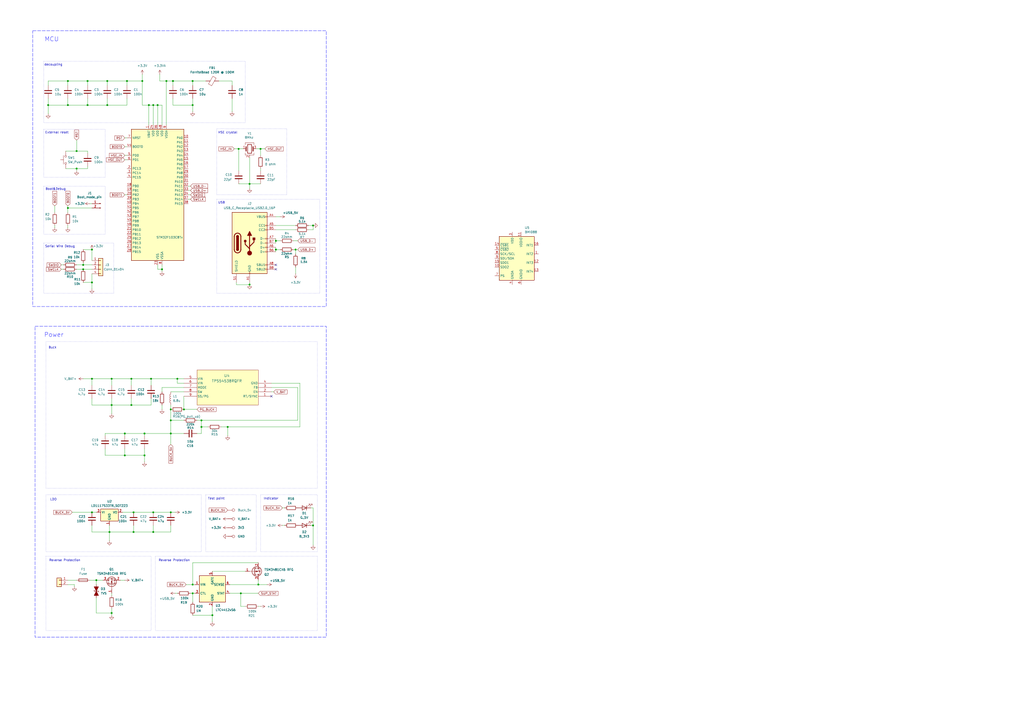
<source format=kicad_sch>
(kicad_sch (version 20250114) (generator "eeschema") (generator_version "9.0")
  (paper "A2")
  (rectangle (start 119.38 287.02) (end 148.59 320.04) (stroke (width 0) (type dot)))
  (rectangle (start 25.4 74.93) (end 60.96 102.87) (stroke (width 0) (type dot)))
  (rectangle (start 125.73 115.57) (end 185.42 170.18) (stroke (width 0) (type dot)))
  (rectangle (start 25.4 107.95) (end 60.96 135.89) (stroke (width 0) (type dot)))
  (rectangle (start 151.13 287.02) (end 184.15 320.04) (stroke (width 0) (type dot)))
  (rectangle (start 20.32 189.23) (end 189.23 369.57) (stroke (width 0.1778) (type dash) (color 0 0 255 1)))
  (rectangle (start 26.67 287.02) (end 116.84 320.04) (stroke (width 0) (type dot)))
  (rectangle (start 19.05 17.78) (end 189.23 177.8) (stroke (width 0.1778) (type dash) (color 0 0 255 1)))
  (rectangle (start 25.4 140.97) (end 66.04 170.18) (stroke (width 0) (type dot)))
  (rectangle (start 125.73 74.676) (end 166.37 113.03) (stroke (width 0) (type dot)))
  (rectangle (start 90.17 322.58) (end 184.15 365.76) (stroke (width 0) (type dot)))
  (rectangle (start 26.67 198.12) (end 184.15 283.21) (stroke (width 0) (type dot)))
  (rectangle (start 25.4 35.56) (end 142.24 71.12) (stroke (width 0) (type dot)))
  (rectangle (start 26.67 322.58) (end 87.63 365.76) (stroke (width 0) (type dot)))
  (text "Power" (at 31.242 194.31 0) (effects (font (size 2.54 2.54))))
  (text "Buck" (at 30.48 201.676 0) (effects (font (size 1.27 1.27))))
  (text "decoupling" (at 30.988 37.592 0) (effects (font (size 1.27 1.27))))
  (text "Indicator" (at 157.226 289.306 0) (effects (font (size 1.27 1.27))))
  (text "External reset\n" (at 33.02 76.962 0) (effects (font (size 1.27 1.27))))
  (text "LDO" (at 30.988 289.814 0) (effects (font (size 1.27 1.27))))
  (text "Serial Wire Debug\n" (at 34.798 143.002 0) (effects (font (size 1.27 1.27))))
  (text "Boot&Debug" (at 32.258 109.728 0) (effects (font (size 1.27 1.27))))
  (text "Reverse Protection" (at 101.092 325.12 0) (effects (font (size 1.27 1.27))))
  (text "Test point" (at 125.476 289.306 0) (effects (font (size 1.27 1.27))))
  (text "Reverse Protection" (at 37.592 325.12 0) (effects (font (size 1.27 1.27))))
  (text "HSE crystal" (at 132.08 76.962 0) (effects (font (size 1.27 1.27))))
  (text "MCU\n" (at 29.972 22.86 0) (effects (font (size 2.54 2.54))))
  (text "USB\n" (at 128.524 117.602 0) (effects (font (size 1.27 1.27))))
  (junction (at 160.02 144.78))
  (junction (at 83.82 264.16))
  (junction (at 132.08 247.65))
  (junction (at 123.19 356.87))
  (junction (at 27.94 60.96))
  (junction (at 99.06 251.46))
  (junction (at 83.82 251.46))
  (junction (at 62.23 46.99))
  (junction (at 88.9 308.61))
  (junction (at 116.84 247.65))
  (junction (at 77.47 308.61))
  (junction (at 39.37 46.99))
  (junction (at 116.84 243.84))
  (junction (at 93.98 156.21))
  (junction (at 39.37 60.96))
  (junction (at 99.06 297.18))
  (junction (at 96.52 46.99))
  (junction (at 160.02 139.7))
  (junction (at 53.34 163.83))
  (junction (at 55.88 336.55))
  (junction (at 181.61 304.8))
  (junction (at 53.34 219.71))
  (junction (at 111.76 46.99))
  (junction (at 181.61 130.81))
  (junction (at 87.63 219.71))
  (junction (at 111.76 344.17))
  (junction (at 39.37 120.65))
  (junction (at 88.9 297.18))
  (junction (at 63.5 308.61))
  (junction (at 48.26 156.21))
  (junction (at 144.78 165.1))
  (junction (at 102.87 219.71))
  (junction (at 48.26 153.67))
  (junction (at 64.77 355.6))
  (junction (at 50.8 46.99))
  (junction (at 77.47 297.18))
  (junction (at 44.45 97.79))
  (junction (at 111.76 339.09))
  (junction (at 64.77 219.71))
  (junction (at 64.77 234.95))
  (junction (at 138.43 86.36))
  (junction (at 50.8 60.96))
  (junction (at 72.39 264.16))
  (junction (at 76.2 219.71))
  (junction (at 72.39 251.46))
  (junction (at 82.55 46.99))
  (junction (at 86.36 60.96))
  (junction (at 139.7 344.17))
  (junction (at 62.23 60.96))
  (junction (at 171.45 144.78))
  (junction (at 151.13 86.36))
  (junction (at 53.34 297.18))
  (junction (at 88.9 60.96))
  (junction (at 44.45 87.63))
  (junction (at 144.78 106.68))
  (junction (at 100.33 46.99))
  (junction (at 53.34 144.78))
  (junction (at 99.06 243.84))
  (junction (at 73.66 46.99))
  (junction (at 149.86 339.09))
  (junction (at 91.44 60.96))
  (junction (at 106.68 237.49))
  (junction (at 76.2 234.95))
  (junction (at 111.76 60.96))
  (junction (at 99.06 237.49))
  (no_connect (at 160.02 156.21))
  (no_connect (at 160.02 153.67))
  (no_connect (at 157.48 229.87))
  (wire (pts (xy 101.6 344.17) (xy 102.87 344.17)))
  (wire (pts (xy 111.76 344.17) (xy 111.76 349.25)))
  (wire (pts (xy 64.77 219.71) (xy 64.77 223.52)))
  (wire (pts (xy 39.37 336.55) (xy 44.45 336.55)))
  (wire (pts (xy 111.76 46.99) (xy 111.76 49.53)))
  (wire (pts (xy 87.63 219.71) (xy 102.87 219.71)))
  (wire (pts (xy 116.84 243.84) (xy 172.72 243.84)))
  (wire (pts (xy 48.26 219.71) (xy 53.34 219.71)))
  (wire (pts (xy 110.49 344.17) (xy 111.76 344.17)))
  (wire (pts (xy 93.98 60.96) (xy 93.98 72.39)))
  (wire (pts (xy 100.33 60.96) (xy 111.76 60.96)))
  (wire (pts (xy 116.84 243.84) (xy 116.84 247.65)))
  (wire (pts (xy 144.78 106.68) (xy 151.13 106.68)))
  (wire (pts (xy 151.13 86.36) (xy 153.67 86.36)))
  (wire (pts (xy 53.34 158.75) (xy 53.34 163.83)))
  (wire (pts (xy 53.34 231.14) (xy 53.34 234.95)))
  (wire (pts (xy 160.02 139.7) (xy 162.56 139.7)))
  (wire (pts (xy 64.77 344.17) (xy 64.77 345.44)))
  (wire (pts (xy 48.26 156.21) (xy 53.34 156.21)))
  (wire (pts (xy 96.52 46.99) (xy 100.33 46.99)))
  (wire (pts (xy 27.94 57.15) (xy 27.94 60.96)))
  (wire (pts (xy 64.77 234.95) (xy 76.2 234.95)))
  (wire (pts (xy 62.23 60.96) (xy 50.8 60.96)))
  (wire (pts (xy 144.78 91.44) (xy 144.78 106.68)))
  (wire (pts (xy 53.34 304.8) (xy 53.34 308.61)))
  (wire (pts (xy 148.59 86.36) (xy 151.13 86.36)))
  (wire (pts (xy 73.66 60.96) (xy 62.23 60.96)))
  (wire (pts (xy 50.8 60.96) (xy 39.37 60.96)))
  (wire (pts (xy 171.45 154.94) (xy 171.45 158.75)))
  (wire (pts (xy 87.63 231.14) (xy 87.63 234.95)))
  (wire (pts (xy 99.06 251.46) (xy 99.06 243.84)))
  (wire (pts (xy 64.77 234.95) (xy 64.77 240.03)))
  (wire (pts (xy 139.7 344.17) (xy 133.35 344.17)))
  (wire (pts (xy 72.39 252.73) (xy 72.39 251.46)))
  (wire (pts (xy 179.07 130.81) (xy 181.61 130.81)))
  (wire (pts (xy 149.86 339.09) (xy 149.86 336.55)))
  (wire (pts (xy 111.76 46.99) (xy 119.38 46.99)))
  (wire (pts (xy 31.75 132.08) (xy 31.75 130.81)))
  (wire (pts (xy 50.8 88.9) (xy 50.8 87.63)))
  (wire (pts (xy 137.16 163.83) (xy 137.16 165.1)))
  (wire (pts (xy 53.34 144.78) (xy 53.34 151.13)))
  (wire (pts (xy 160.02 138.43) (xy 160.02 139.7)))
  (wire (pts (xy 123.19 356.87) (xy 123.19 360.68)))
  (wire (pts (xy 160.02 139.7) (xy 160.02 140.97)))
  (wire (pts (xy 92.71 43.18) (xy 92.71 46.99)))
  (wire (pts (xy 111.76 356.87) (xy 123.19 356.87)))
  (wire (pts (xy 160.02 130.81) (xy 171.45 130.81)))
  (wire (pts (xy 44.45 156.21) (xy 48.26 156.21)))
  (wire (pts (xy 53.34 167.64) (xy 53.34 163.83)))
  (wire (pts (xy 39.37 60.96) (xy 27.94 60.96)))
  (wire (pts (xy 76.2 231.14) (xy 76.2 234.95)))
  (wire (pts (xy 39.37 46.99) (xy 27.94 46.99)))
  (wire (pts (xy 72.39 113.03) (xy 73.66 113.03)))
  (wire (pts (xy 171.45 144.78) (xy 172.72 144.78)))
  (wire (pts (xy 99.06 234.95) (xy 99.06 237.49)))
  (wire (pts (xy 64.77 219.71) (xy 76.2 219.71)))
  (wire (pts (xy 170.18 139.7) (xy 172.72 139.7)))
  (wire (pts (xy 62.23 46.99) (xy 50.8 46.99)))
  (wire (pts (xy 123.19 331.47) (xy 142.24 331.47)))
  (wire (pts (xy 160.02 143.51) (xy 160.02 144.78)))
  (wire (pts (xy 91.44 60.96) (xy 91.44 72.39)))
  (wire (pts (xy 83.82 251.46) (xy 83.82 252.73)))
  (wire (pts (xy 52.07 118.11) (xy 53.34 118.11)))
  (wire (pts (xy 116.84 247.65) (xy 120.65 247.65)))
  (wire (pts (xy 128.27 247.65) (xy 132.08 247.65)))
  (wire (pts (xy 111.76 344.17) (xy 113.03 344.17)))
  (wire (pts (xy 50.8 46.99) (xy 50.8 49.53)))
  (wire (pts (xy 106.68 222.25) (xy 102.87 222.25)))
  (wire (pts (xy 138.43 106.68) (xy 144.78 106.68)))
  (wire (pts (xy 99.06 243.84) (xy 106.68 243.84)))
  (wire (pts (xy 111.76 339.09) (xy 113.03 339.09)))
  (wire (pts (xy 53.34 308.61) (xy 63.5 308.61)))
  (wire (pts (xy 72.39 251.46) (xy 83.82 251.46)))
  (wire (pts (xy 110.49 107.95) (xy 109.22 107.95)))
  (wire (pts (xy 39.37 120.65) (xy 39.37 123.19)))
  (wire (pts (xy 181.61 130.81) (xy 181.61 133.35)))
  (wire (pts (xy 82.55 60.96) (xy 86.36 60.96)))
  (wire (pts (xy 151.13 97.79) (xy 151.13 99.06)))
  (wire (pts (xy 60.96 260.35) (xy 60.96 264.16)))
  (wire (pts (xy 133.35 339.09) (xy 149.86 339.09)))
  (wire (pts (xy 39.37 57.15) (xy 39.37 60.96)))
  (wire (pts (xy 102.87 219.71) (xy 106.68 219.71)))
  (wire (pts (xy 99.06 237.49) (xy 99.06 243.84)))
  (wire (pts (xy 39.37 119.38) (xy 39.37 120.65)))
  (wire (pts (xy 48.26 152.4) (xy 48.26 153.67)))
  (wire (pts (xy 114.3 251.46) (xy 116.84 251.46)))
  (wire (pts (xy 64.77 231.14) (xy 64.77 234.95)))
  (wire (pts (xy 91.44 60.96) (xy 93.98 60.96)))
  (wire (pts (xy 72.39 260.35) (xy 72.39 264.16)))
  (wire (pts (xy 106.68 251.46) (xy 99.06 251.46)))
  (wire (pts (xy 53.34 153.67) (xy 48.26 153.67)))
  (wire (pts (xy 163.83 294.64) (xy 165.1 294.64)))
  (wire (pts (xy 93.98 224.79) (xy 106.68 224.79)))
  (wire (pts (xy 71.12 297.18) (xy 77.47 297.18)))
  (wire (pts (xy 48.26 144.78) (xy 53.34 144.78)))
  (wire (pts (xy 44.45 97.79) (xy 50.8 97.79)))
  (wire (pts (xy 44.45 81.28) (xy 44.45 87.63)))
  (wire (pts (xy 93.98 156.21) (xy 93.98 153.67)))
  (wire (pts (xy 100.33 46.99) (xy 111.76 46.99)))
  (wire (pts (xy 100.33 46.99) (xy 100.33 49.53)))
  (wire (pts (xy 76.2 219.71) (xy 76.2 223.52)))
  (wire (pts (xy 53.34 219.71) (xy 64.77 219.71)))
  (wire (pts (xy 172.72 224.79) (xy 172.72 243.84)))
  (wire (pts (xy 63.5 308.61) (xy 77.47 308.61)))
  (wire (pts (xy 181.61 304.8) (xy 181.61 316.23)))
  (wire (pts (xy 87.63 219.71) (xy 87.63 223.52)))
  (wire (pts (xy 173.99 222.25) (xy 173.99 247.65)))
  (wire (pts (xy 111.76 57.15) (xy 111.76 60.96)))
  (wire (pts (xy 96.52 46.99) (xy 96.52 72.39)))
  (wire (pts (xy 93.98 156.21) (xy 93.98 157.48)))
  (wire (pts (xy 60.96 264.16) (xy 72.39 264.16)))
  (wire (pts (xy 77.47 308.61) (xy 88.9 308.61)))
  (wire (pts (xy 134.62 46.99) (xy 134.62 49.53)))
  (wire (pts (xy 72.39 92.71) (xy 73.66 92.71)))
  (wire (pts (xy 35.56 153.67) (xy 36.83 153.67)))
  (wire (pts (xy 91.44 60.96) (xy 88.9 60.96)))
  (wire (pts (xy 99.06 251.46) (xy 99.06 257.81)))
  (wire (pts (xy 39.37 46.99) (xy 39.37 49.53)))
  (wire (pts (xy 48.26 163.83) (xy 53.34 163.83)))
  (wire (pts (xy 106.68 237.49) (xy 114.3 237.49)))
  (wire (pts (xy 135.89 86.36) (xy 138.43 86.36)))
  (wire (pts (xy 82.55 46.99) (xy 82.55 60.96)))
  (wire (pts (xy 160.02 133.35) (xy 171.45 133.35)))
  (wire (pts (xy 39.37 339.09) (xy 43.18 339.09)))
  (wire (pts (xy 48.26 153.67) (xy 44.45 153.67)))
  (wire (pts (xy 171.45 144.78) (xy 171.45 147.32)))
  (wire (pts (xy 102.87 222.25) (xy 102.87 219.71)))
  (wire (pts (xy 99.06 227.33) (xy 106.68 227.33)))
  (wire (pts (xy 110.49 115.57) (xy 109.22 115.57)))
  (wire (pts (xy 160.02 144.78) (xy 160.02 146.05)))
  (wire (pts (xy 83.82 264.16) (xy 83.82 267.97)))
  (wire (pts (xy 99.06 304.8) (xy 99.06 308.61)))
  (wire (pts (xy 39.37 120.65) (xy 53.34 120.65)))
  (wire (pts (xy 157.48 227.33) (xy 158.75 227.33)))
  (wire (pts (xy 86.36 60.96) (xy 86.36 72.39)))
  (wire (pts (xy 39.37 130.81) (xy 39.37 132.08)))
  (wire (pts (xy 134.62 57.15) (xy 134.62 64.77)))
  (wire (pts (xy 110.49 113.03) (xy 109.22 113.03)))
  (wire (pts (xy 101.6 297.18) (xy 99.06 297.18)))
  (wire (pts (xy 55.88 355.6) (xy 64.77 355.6)))
  (wire (pts (xy 180.34 294.64) (xy 181.61 294.64)))
  (wire (pts (xy 88.9 60.96) (xy 88.9 72.39)))
  (wire (pts (xy 138.43 86.36) (xy 140.97 86.36)))
  (wire (pts (xy 72.39 85.09) (xy 73.66 85.09)))
  (wire (pts (xy 93.98 156.21) (xy 91.44 156.21)))
  (wire (pts (xy 35.56 156.21) (xy 36.83 156.21)))
  (wire (pts (xy 157.48 224.79) (xy 172.72 224.79)))
  (wire (pts (xy 86.36 60.96) (xy 88.9 60.96)))
  (wire (pts (xy 27.94 46.99) (xy 27.94 49.53)))
  (wire (pts (xy 110.49 110.49) (xy 109.22 110.49)))
  (wire (pts (xy 53.34 234.95) (xy 64.77 234.95)))
  (wire (pts (xy 111.76 326.39) (xy 111.76 339.09)))
  (wire (pts (xy 64.77 353.06) (xy 64.77 355.6)))
  (wire (pts (xy 162.56 125.73) (xy 160.02 125.73)))
  (wire (pts (xy 50.8 57.15) (xy 50.8 60.96)))
  (wire (pts (xy 93.98 224.79) (xy 93.98 227.33)))
  (wire (pts (xy 72.39 264.16) (xy 83.82 264.16)))
  (wire (pts (xy 138.43 86.36) (xy 138.43 99.06)))
  (wire (pts (xy 179.07 133.35) (xy 181.61 133.35)))
  (wire (pts (xy 132.08 247.65) (xy 132.08 252.73)))
  (wire (pts (xy 43.18 339.09) (xy 43.18 340.36)))
  (wire (pts (xy 163.83 304.8) (xy 165.1 304.8)))
  (wire (pts (xy 144.78 165.1) (xy 144.78 163.83)))
  (wire (pts (xy 73.66 46.99) (xy 62.23 46.99)))
  (wire (pts (xy 160.02 144.78) (xy 162.56 144.78)))
  (wire (pts (xy 170.18 144.78) (xy 171.45 144.78)))
  (wire (pts (xy 149.86 326.39) (xy 111.76 326.39)))
  (wire (pts (xy 139.7 344.17) (xy 149.86 344.17)))
  (wire (pts (xy 123.19 351.79) (xy 123.19 356.87)))
  (wire (pts (xy 63.5 304.8) (xy 63.5 308.61)))
  (wire (pts (xy 44.45 97.79) (xy 44.45 99.06)))
  (wire (pts (xy 83.82 251.46) (xy 99.06 251.46)))
  (wire (pts (xy 44.45 87.63) (xy 50.8 87.63)))
  (wire (pts (xy 107.95 339.09) (xy 111.76 339.09)))
  (wire (pts (xy 50.8 96.52) (xy 50.8 97.79)))
  (wire (pts (xy 60.96 251.46) (xy 72.39 251.46)))
  (wire (pts (xy 91.44 153.67) (xy 91.44 156.21)))
  (wire (pts (xy 149.86 339.09) (xy 154.94 339.09)))
  (wire (pts (xy 88.9 304.8) (xy 88.9 308.61)))
  (wire (pts (xy 139.7 344.17) (xy 139.7 351.79)))
  (wire (pts (xy 72.39 90.17) (xy 73.66 90.17)))
  (wire (pts (xy 82.55 46.99) (xy 73.66 46.99)))
  (wire (pts (xy 62.23 57.15) (xy 62.23 60.96)))
  (wire (pts (xy 55.88 346.71) (xy 55.88 355.6)))
  (wire (pts (xy 59.69 336.55) (xy 55.88 336.55)))
  (wire (pts (xy 76.2 234.95) (xy 87.63 234.95)))
  (wire (pts (xy 41.91 297.18) (xy 53.34 297.18)))
  (wire (pts (xy 38.1 87.63) (xy 44.45 87.63)))
  (wire (pts (xy 127 46.99) (xy 134.62 46.99)))
  (wire (pts (xy 137.16 165.1) (xy 144.78 165.1)))
  (wire (pts (xy 116.84 251.46) (xy 116.84 247.65)))
  (wire (pts (xy 93.98 234.95) (xy 93.98 237.49)))
  (wire (pts (xy 106.68 237.49) (xy 106.68 229.87)))
  (wire (pts (xy 173.99 247.65) (xy 132.08 247.65)))
  (wire (pts (xy 180.34 304.8) (xy 181.61 304.8)))
  (wire (pts (xy 52.07 336.55) (xy 55.88 336.55)))
  (wire (pts (xy 63.5 308.61) (xy 63.5 313.69)))
  (wire (pts (xy 53.34 219.71) (xy 53.34 223.52)))
  (wire (pts (xy 55.88 336.55) (xy 55.88 339.09)))
  (wire (pts (xy 50.8 46.99) (xy 39.37 46.99)))
  (wire (pts (xy 76.2 219.71) (xy 87.63 219.71)))
  (wire (pts (xy 38.1 97.79) (xy 44.45 97.79)))
  (wire (pts (xy 151.13 351.79) (xy 149.86 351.79)))
  (wire (pts (xy 181.61 294.64) (xy 181.61 304.8)))
  (wire (pts (xy 88.9 297.18) (xy 99.06 297.18)))
  (wire (pts (xy 77.47 304.8) (xy 77.47 308.61)))
  (wire (pts (xy 64.77 355.6) (xy 64.77 356.87)))
  (wire (pts (xy 88.9 308.61) (xy 99.06 308.61)))
  (wire (pts (xy 157.48 222.25) (xy 173.99 222.25)))
  (wire (pts (xy 96.52 46.99) (xy 92.71 46.99)))
  (wire (pts (xy 100.33 57.15) (xy 100.33 60.96)))
  (wire (pts (xy 139.7 351.79) (xy 142.24 351.79)))
  (wire (pts (xy 60.96 252.73) (xy 60.96 251.46)))
  (wire (pts (xy 114.3 243.84) (xy 116.84 243.84)))
  (wire (pts (xy 62.23 46.99) (xy 62.23 49.53)))
  (wire (pts (xy 69.85 336.55) (xy 72.39 336.55)))
  (wire (pts (xy 72.39 80.01) (xy 73.66 80.01)))
  (wire (pts (xy 27.94 60.96) (xy 27.94 66.04)))
  (wire (pts (xy 151.13 86.36) (xy 151.13 90.17)))
  (wire (pts (xy 31.75 119.38) (xy 31.75 123.19)))
  (wire (pts (xy 73.66 46.99) (xy 73.66 49.53)))
  (wire (pts (xy 82.55 43.18) (xy 82.55 46.99)))
  (wire (pts (xy 144.78 106.68) (xy 144.78 109.22)))
  (wire (pts (xy 73.66 57.15) (xy 73.66 60.96)))
  (wire (pts (xy 111.76 60.96) (xy 111.76 64.77)))
  (wire (pts (xy 77.47 297.18) (xy 88.9 297.18)))
  (wire (pts (xy 53.34 297.18) (xy 55.88 297.18)))
  (wire (pts (xy 83.82 260.35) (xy 83.82 264.16)))
  (global_label "SWDIO" (shape input) (at 35.56 153.67 180) (property "Intersheetrefs" "${INTERSHEET_REFS}" (effects (hide yes))))
  (global_label "HSE_IN" (shape input) (at 72.39 90.17 180) (property "Intersheetrefs" "${INTERSHEET_REFS}" (effects (hide yes))))
  (global_label "RST" (shape input) (at 72.39 80.01 180) (property "Intersheetrefs" "${INTERSHEET_REFS}" (effects (hide yes))))
  (global_label "USB_D-" (shape input) (at 110.49 107.95 0) (property "Intersheetrefs" "${INTERSHEET_REFS}" (effects (hide yes))))
  (global_label "USB_D-" (shape input) (at 172.72 139.7 0) (property "Intersheetrefs" "${INTERSHEET_REFS}" (effects (hide yes))))
  (global_label "USB_D+" (shape input) (at 172.72 144.78 0) (property "Intersheetrefs" "${INTERSHEET_REFS}" (effects (hide yes))))
  (global_label "V_BAT" (shape input) (at 158.75 227.33 0) (property "Intersheetrefs" "${INTERSHEET_REFS}" (effects (hide yes))))
  (global_label "BUCK_5V" (shape input) (at 99.06 257.81 270) (property "Intersheetrefs" "${INTERSHEET_REFS}" (effects (hide yes))))
  (global_label "BOOT0" (shape input) (at 72.39 85.09 180) (property "Intersheetrefs" "${INTERSHEET_REFS}" (effects (hide yes))))
  (global_label "BUCK_5V" (shape input) (at 132.08 295.91 180) (property "Intersheetrefs" "${INTERSHEET_REFS}" (effects (hide yes))))
  (global_label "BUCK_5V" (shape input) (at 163.83 294.64 180) (property "Intersheetrefs" "${INTERSHEET_REFS}" (effects (hide yes))))
  (global_label "SWCLK" (shape input) (at 35.56 156.21 180) (property "Intersheetrefs" "${INTERSHEET_REFS}" (effects (hide yes))))
  (global_label "BOOT0" (shape input) (at 39.37 119.38 90) (property "Intersheetrefs" "${INTERSHEET_REFS}" (effects (hide yes))))
  (global_label "BOOT1" (shape input) (at 31.75 119.38 90) (property "Intersheetrefs" "${INTERSHEET_REFS}" (effects (hide yes))))
  (global_label "PG_BUCK" (shape input) (at 114.3 237.49 0) (property "Intersheetrefs" "${INTERSHEET_REFS}" (effects (hide yes))))
  (global_label "HSE_OUT" (shape input) (at 153.67 86.36 0) (property "Intersheetrefs" "${INTERSHEET_REFS}" (effects (hide yes))))
  (global_label "BOOT1" (shape input) (at 72.39 113.03 180) (property "Intersheetrefs" "${INTERSHEET_REFS}" (effects (hide yes))))
  (global_label "USB_D+" (shape input) (at 110.49 110.49 0) (property "Intersheetrefs" "${INTERSHEET_REFS}" (effects (hide yes))))
  (global_label "HSE_IN" (shape input) (at 135.89 86.36 180) (property "Intersheetrefs" "${INTERSHEET_REFS}" (effects (hide yes))))
  (global_label "RST" (shape input) (at 44.45 81.28 90) (property "Intersheetrefs" "${INTERSHEET_REFS}" (effects (hide yes))))
  (global_label "SWDIO" (shape input) (at 110.49 113.03 0) (property "Intersheetrefs" "${INTERSHEET_REFS}" (effects (hide yes))))
  (global_label "SUP_STAT" (shape input) (at 149.86 344.17 0) (property "Intersheetrefs" "${INTERSHEET_REFS}" (effects (hide yes))))
  (global_label "BUCK_5V" (shape input) (at 107.95 339.09 180) (property "Intersheetrefs" "${INTERSHEET_REFS}" (effects (hide yes))))
  (global_label "SWCLK" (shape input) (at 110.49 115.57 0) (property "Intersheetrefs" "${INTERSHEET_REFS}" (effects (hide yes))))
  (global_label "HSE_OUT" (shape input) (at 72.39 92.71 180) (property "Intersheetrefs" "${INTERSHEET_REFS}" (effects (hide yes))))
  (global_label "BUCK_5V" (shape input) (at 41.91 297.18 180) (property "Intersheetrefs" "${INTERSHEET_REFS}" (effects (hide yes))))
  (symbol (lib_id "power:VAA") (at 48.26 219.71 90) (unit 1)
    (property "Reference" "#PWR028" (effects (hide yes)))
    (property "Value" "V_BAT+" (at 44.45 219.7099 90) (effects (justify left)))
    (property "Description" "Power symbol creates a global label with name \"VAA\"" (effects (hide yes)))
  )
  (symbol (lib_id "Regulator_Linear:LD1117S33TR_SOT223") (at 63.5 297.18 0) (unit 1)
    (property "Reference" "U2" (at 63.5 290.83 0))
    (property "Value" "LD1117S33TR_SOT223" (at 63.5 293.37 0))
    (property "Footprint" "Package_TO_SOT_SMD:SOT-223-3_TabPin2" (effects (hide yes)))
    (property "Datasheet" "http://www.st.com/st-web-ui/static/active/en/resource/technical/document/datasheet/CD00000544.pdf" (effects (hide yes)))
    (property "Description" "800mA Fixed Low Drop Positive Voltage Regulator, Fixed Output 3.3V, SOT-223" (effects (hide yes)))
  )
  (symbol (lib_id "Connector:TestPoint") (at 132.08 306.07 270) (unit 1)
    (property "Reference" "3V3" (at 137.922 306.07 90) (effects (justify left)))
    (property "Value" "TestPoint" (effects (hide yes)))
    (property "Description" "test point" (effects (hide yes)))
  )
  (symbol (lib_id "Device:C") (at 110.49 251.46 90) (mirror x) (unit 1)
    (property "Reference" "C16" (at 112.268 258.572 90) (effects (justify left)))
    (property "Value" "10p" (at 112.268 256.032 90) (effects (justify left)))
    (property "Description" "Unpolarized capacitor" (effects (hide yes)))
  )
  (symbol (lib_id "power:GND") (at 181.61 316.23 0) (unit 1)
    (property "Reference" "#PWR027" (effects (hide yes)))
    (property "Value" "GND" (effects (hide yes)))
    (property "Description" "Power symbol creates a global label with name \"GND\" , ground" (effects (hide yes)))
  )
  (symbol (lib_id "Device:C") (at 62.23 53.34 0) (unit 1)
    (property "Reference" "C2" (at 66.04 52.0699 0) (effects (justify left)))
    (property "Value" "100n" (at 66.04 54.6099 0) (effects (justify left)))
    (property "Description" "Unpolarized capacitor" (effects (hide yes)))
  )
  (symbol (lib_id "power:GND") (at 93.98 157.48 0) (unit 1)
    (property "Reference" "#PWR01" (effects (hide yes)))
    (property "Value" "GND" (effects (hide yes)))
    (property "Description" "Power symbol creates a global label with name \"GND\" , ground" (effects (hide yes)))
  )
  (symbol (lib_id "Device:R") (at 166.37 139.7 90) (unit 1)
    (property "Reference" "R4" (at 166.37 135.382 90))
    (property "Value" "22ohm" (at 166.37 137.414 90))
    (property "Description" "Resistor" (effects (hide yes)))
  )
  (symbol (lib_id "Device:LED") (at 176.53 294.64 180) (unit 1)
    (property "Reference" "D1" (at 176.53 297.688 0))
    (property "Value" "G_5V" (at 176.53 300.228 0))
    (property "Description" "Light emitting diode" (effects (hide yes)))
    (property "Sim.Pins" "1=K 2=A" (effects (hide yes)))
  )
  (symbol (lib_id "Device:C") (at 53.34 227.33 0) (mirror y) (unit 1)
    (property "Reference" "C13" (at 49.53 226.0599 0) (effects (justify left)))
    (property "Value" "4.7u" (at 49.53 228.5999 0) (effects (justify left)))
    (property "Description" "Unpolarized capacitor" (effects (hide yes)))
  )
  (symbol (lib_id "Device:R") (at 175.26 130.81 90) (unit 1)
    (property "Reference" "R6" (at 175.26 126.492 90))
    (property "Value" "5.1k" (at 175.26 128.524 90))
    (property "Description" "Resistor" (effects (hide yes)))
  )
  (symbol (lib_id "Connector:TestPoint") (at 132.08 311.15 270) (unit 1)
    (property "Reference" "GND" (at 137.922 311.15 90) (effects (justify left)))
    (property "Value" "TestPoint" (effects (hide yes)))
    (property "Description" "test point" (effects (hide yes)))
  )
  (symbol (lib_id "power:+5V") (at 162.56 125.73 270) (unit 1)
    (property "Reference" "#PWR012" (effects (hide yes)))
    (property "Value" "+USB_5V" (at 164.084 123.444 90) (effects (justify left)))
    (property "Description" "Power symbol creates a global label with name \"+5V\"" (effects (hide yes)))
  )
  (symbol (lib_id "power:GND") (at 43.18 340.36 0) (unit 1)
    (property "Reference" "#PWR030" (effects (hide yes)))
    (property "Value" "GND" (effects (hide yes)))
    (property "Description" "Power symbol creates a global label with name \"GND\" , ground" (effects (hide yes)))
  )
  (symbol (lib_id "Sensor_Motion:BMI088") (at 299.72 149.86 0) (unit 1)
    (property "Reference" "U5" (at 304.4033 132.08 0) (effects (justify left)))
    (property "Value" "BMI088" (at 304.4033 134.62 0) (effects (justify left)))
    (property "Footprint" "Package_LGA:Bosch_LGA-16_4.5x3mm_P0.5mm_LayoutBorder7x1y_ClockwisePinNumbering" (effects (hide yes)))
    (property "Datasheet" "https://www.bosch-sensortec.com/media/boschsensortec/downloads/datasheets/bst-bmi088-ds001.pdf" (effects (hide yes)))
    (property "Description" "Accelerometer, Gyroscope, 6-Axis Sensor, I2C / SPI interface, LGA-16" (effects (hide yes)))
  )
  (symbol (lib_id "Device:Fuse") (at 48.26 336.55 90) (unit 1)
    (property "Reference" "F1" (at 48.26 330.2 90))
    (property "Value" "Fuse" (at 48.26 332.74 90))
    (property "Description" "Fuse" (effects (hide yes)))
  )
  (symbol (lib_id "Power_Management:LTC4412xS6") (at 123.19 341.63 0) (unit 1)
    (property "Reference" "U3" (at 124.968 351.282 0) (effects (justify left)))
    (property "Value" "LTC4412xS6" (at 124.968 353.822 0) (effects (justify left)))
    (property "Footprint" "Package_TO_SOT_SMD:TSOT-23-6" (effects (hide yes)))
    (property "Datasheet" "https://www.analog.com/media/en/technical-documentation/data-sheets/4412fb.pdf" (effects (hide yes)))
    (property "Description" "Low Loss PowerPath Controller, TSOT-23-6" (effects (hide yes)))
  )
  (symbol (lib_id "Device:R") (at 124.46 247.65 90) (mirror x) (unit 1)
    (property "Reference" "R15" (at 124.46 251.968 90))
    (property "Value" "30k" (at 124.46 249.936 90))
    (property "Description" "Resistor" (effects (hide yes)))
  )
  (symbol (lib_id "Device:C") (at 134.62 53.34 0) (unit 1)
    (property "Reference" "C8" (at 138.43 52.0699 0) (effects (justify left)))
    (property "Value" "1n" (at 138.43 54.6099 0) (effects (justify left)))
    (property "Description" "Unpolarized capacitor" (effects (hide yes)))
  )
  (symbol (lib_id "Device:L") (at 99.06 231.14 180) (unit 1)
    (property "Reference" "L1" (at 100.33 229.8699 0) (effects (justify right)))
    (property "Value" "6.8u" (at 100.33 232.4099 0) (effects (justify right)))
    (property "Description" "Inductor" (effects (hide yes)))
  )
  (symbol (lib_id "power:+3.3V") (at 52.07 118.11 90) (mirror x) (unit 1)
    (property "Reference" "#PWR010" (effects (hide yes)))
    (property "Value" "+3.3V" (at 46.228 118.11 90))
    (property "Description" "Power symbol creates a global label with name \"+3.3V\"" (effects (hide yes)))
  )
  (symbol (lib_id "power:GND") (at 53.34 167.64 0) (unit 1)
    (property "Reference" "#PWR016" (effects (hide yes)))
    (property "Value" "GND" (effects (hide yes)))
    (property "Description" "Power symbol creates a global label with name \"GND\" , ground" (effects (hide yes)))
  )
  (symbol (lib_id "Connector:USB_C_Receptacle_USB2.0_16P") (at 144.78 140.97 0) (unit 1)
    (property "Reference" "J2" (at 144.78 118.11 0))
    (property "Value" "USB_C_Receptacle_USB2.0_16P" (at 144.78 120.65 0))
    (property "Datasheet" "https://www.usb.org/sites/default/files/documents/usb_type-c.zip" (effects (hide yes)))
    (property "Description" "USB 2.0-only 16P Type-C Receptacle connector" (effects (hide yes)))
  )
  (symbol (lib_id "Device:R") (at 146.05 351.79 270) (mirror x) (unit 1)
    (property "Reference" "R21" (at 144.018 357.124 90) (effects (justify left)))
    (property "Value" "100k" (at 144.018 354.584 90) (effects (justify left)))
    (property "Description" "Resistor" (effects (hide yes)))
  )
  (symbol (lib_id "power:GND") (at 44.45 99.06 0) (unit 1)
    (property "Reference" "#PWR07" (effects (hide yes)))
    (property "Value" "GND" (effects (hide yes)))
    (property "Description" "Power symbol creates a global label with name \"GND\" , ground" (effects (hide yes)))
  )
  (symbol (lib_id "power:GND") (at 144.78 109.22 0) (unit 1)
    (property "Reference" "#PWR011" (effects (hide yes)))
    (property "Value" "GND" (effects (hide yes)))
    (property "Description" "Power symbol creates a global label with name \"GND\" , ground" (effects (hide yes)))
  )
  (symbol (lib_id "Small_av_tony_lib:TPS54538RQFR") (at 157.48 229.87 180) (unit 1)
    (property "Reference" "U4" (at 131.572 217.932 0) (effects (font (size 1.524 1.524))))
    (property "Value" "TPS54538RQFR" (at 131.572 220.98 0) (effects (font (size 1.524 1.524))))
    (property "Footprint" "VQFN-HR9_RQF_TEX" (effects (hide yes)))
    (property "Datasheet" "https://www.ti.com/lit/gpn/tps54538" (effects (hide yes)))
  )
  (symbol (lib_id "Device:Crystal_GND24") (at 144.78 86.36 0) (unit 1)
    (property "Reference" "Y1" (at 144.78 77.47 0))
    (property "Value" "8Mhz" (at 144.526 79.756 0))
    (property "Description" "Four pin crystal, GND on pins 2 and 4" (effects (hide yes)))
    (property private "KLC_S3.3" "The rectangle is not a symbol body but a graphical element" (effects (hide yes)))
    (property private "KLC_S4.1" "Some pins are on 50mil grid to make the symbol small" (effects (hide yes)))
  )
  (symbol (lib_id "Connector:TestPoint") (at 132.08 295.91 270) (unit 1)
    (property "Reference" "Buck_5v" (at 137.922 295.91 90) (effects (justify left)))
    (property "Value" "TestPoint" (effects (hide yes)))
    (property "Description" "test point" (effects (hide yes)))
  )
  (symbol (lib_id "power:GND") (at 93.98 237.49 0) (unit 1)
    (property "Reference" "#PWR019" (effects (hide yes)))
    (property "Value" "GND" (effects (hide yes)))
    (property "Description" "Power symbol creates a global label with name \"GND\" , ground" (effects (hide yes)))
  )
  (symbol (lib_id "power:GND") (at 134.62 64.77 0) (unit 1)
    (property "Reference" "#PWR06" (effects (hide yes)))
    (property "Value" "GND" (effects (hide yes)))
    (property "Description" "Power symbol creates a global label with name \"GND\" , ground" (effects (hide yes)))
  )
  (symbol (lib_id "power:+3.3V") (at 101.6 297.18 270) (unit 1)
    (property "Reference" "#PWR022" (effects (hide yes)))
    (property "Value" "+3.3V" (at 105.41 297.1799 90) (effects (justify left)))
    (property "Description" "Power symbol creates a global label with name \"+3.3V\"" (effects (hide yes)))
  )
  (symbol (lib_id "Device:R") (at 151.13 93.98 0) (unit 1)
    (property "Reference" "R3" (at 153.67 92.7099 0) (effects (justify left)))
    (property "Value" "0 ohm" (at 153.67 95.2499 0) (effects (justify left)))
    (property "Description" "Resistor" (effects (hide yes)))
  )
  (symbol (lib_id "Device:R") (at 175.26 133.35 90) (mirror x) (unit 1)
    (property "Reference" "R7" (at 175.26 137.668 90))
    (property "Value" "5.1k" (at 175.26 135.636 90))
    (property "Description" "Resistor" (effects (hide yes)))
  )
  (symbol (lib_id "power:GND") (at 132.08 311.15 270) (unit 1)
    (property "Reference" "#PWR024" (effects (hide yes)))
    (property "Value" "GND" (effects (hide yes)))
    (property "Description" "Power symbol creates a global label with name \"GND\" , ground" (effects (hide yes)))
  )
  (symbol (lib_id "power:VAA") (at 132.08 300.99 90) (unit 1)
    (property "Reference" "#PWR029" (effects (hide yes)))
    (property "Value" "V_BAT+" (at 128.27 300.9899 90) (effects (justify left)))
    (property "Description" "Power symbol creates a global label with name \"VAA\"" (effects (hide yes)))
  )
  (symbol (lib_id "Device:R") (at 168.91 294.64 270) (unit 1)
    (property "Reference" "R16" (at 166.878 289.306 90) (effects (justify left)))
    (property "Value" "1k" (at 166.878 291.846 90) (effects (justify left)))
    (property "Description" "Resistor" (effects (hide yes)))
  )
  (symbol (lib_id "Device:R") (at 48.26 160.02 0) (unit 1)
    (property "Reference" "R11" (at 42.926 162.052 0) (effects (justify left)))
    (property "Value" "10k" (at 42.926 164.592 0) (effects (justify left)))
    (property "Description" "Resistor" (effects (hide yes)))
  )
  (symbol (lib_id "Device:R") (at 111.76 353.06 0) (unit 1)
    (property "Reference" "R20" (at 113.792 351.79 0) (effects (justify left)))
    (property "Value" "1M" (at 113.792 354.33 0) (effects (justify left)))
    (property "Description" "Resistor" (effects (hide yes)))
  )
  (symbol (lib_id "Device:R") (at 40.64 153.67 90) (unit 1)
    (property "Reference" "R9" (at 40.64 149.352 90))
    (property "Value" "22ohm" (at 40.64 151.384 90))
    (property "Description" "Resistor" (effects (hide yes)))
  )
  (symbol (lib_id "Transistor_FET:IRLML6402") (at 147.32 331.47 0) (mirror x) (unit 1)
    (property "Reference" "Q2" (at 154.686 333.248 0))
    (property "Value" "TSM3481CX6 RFG" (at 161.798 330.454 0))
    (property "Footprint" "Package_TO_SOT_SMD:SOT-23" (effects (hide yes)))
    (property "Datasheet" "https://www.infineon.com/dgdl/irlml6402pbf.pdf?fileId=5546d462533600a401535668d5c2263c" (effects (hide yes)))
    (property "Description" "-3.7A Id, -20V Vds, 65mOhm Rds, P-Channel HEXFET Power MOSFET, SOT-23" (effects (hide yes)))
  )
  (symbol (lib_id "power:+3.3V") (at 171.45 158.75 0) (mirror x) (unit 1)
    (property "Reference" "#PWR015" (effects (hide yes)))
    (property "Value" "+3.3V" (at 171.45 163.83 0))
    (property "Description" "Power symbol creates a global label with name \"+3.3V\"" (effects (hide yes)))
  )
  (symbol (lib_id "power:GND") (at 64.77 240.03 0) (unit 1)
    (property "Reference" "#PWR018" (effects (hide yes)))
    (property "Value" "GND" (effects (hide yes)))
    (property "Description" "Power symbol creates a global label with name \"GND\" , ground" (effects (hide yes)))
  )
  (symbol (lib_id "Device:C") (at 64.77 227.33 0) (mirror y) (unit 1)
    (property "Reference" "C14" (at 60.96 226.0599 0) (effects (justify left)))
    (property "Value" "4.7u" (at 60.96 228.5999 0) (effects (justify left)))
    (property "Description" "Unpolarized capacitor" (effects (hide yes)))
  )
  (symbol (lib_id "power:+3.3V") (at 132.08 306.07 90) (mirror x) (unit 1)
    (property "Reference" "#PWR025" (effects (hide yes)))
    (property "Value" "+3.3V" (at 128.27 306.0699 90) (effects (justify left)))
    (property "Description" "Power symbol creates a global label with name \"+3.3V\"" (effects (hide yes)))
  )
  (symbol (lib_id "Device:R") (at 93.98 231.14 0) (unit 1)
    (property "Reference" "R13" (at 88.392 229.87 0) (effects (justify left)))
    (property "Value" "18k" (at 88.392 232.41 0) (effects (justify left)))
    (property "Description" "Resistor" (effects (hide yes)))
  )
  (symbol (lib_id "Device:D_TVS_Filled") (at 55.88 342.9 90) (unit 1)
    (property "Reference" "D3" (at 58.42 341.6299 90) (effects (justify right)))
    (property "Value" "TVS" (at 58.42 344.1699 90) (effects (justify right)))
    (property "Description" "Bidirectional transient-voltage-suppression diode, filled shape" (effects (hide yes)))
  )
  (symbol (lib_id "Device:LED") (at 176.53 304.8 180) (unit 1)
    (property "Reference" "D2" (at 176.53 308.61 0))
    (property "Value" "B_3V3" (at 176.53 311.15 0))
    (property "Description" "Light emitting diode" (effects (hide yes)))
    (property "Sim.Pins" "1=K 2=A" (effects (hide yes)))
  )
  (symbol (lib_id "Device:C") (at 73.66 53.34 0) (unit 1)
    (property "Reference" "C1" (at 77.47 52.0699 0) (effects (justify left)))
    (property "Value" "100n" (at 77.47 54.6099 0) (effects (justify left)))
    (property "Description" "Unpolarized capacitor" (effects (hide yes)))
  )
  (symbol (lib_id "Device:R") (at 102.87 237.49 90) (mirror x) (unit 1)
    (property "Reference" "R16(PG_pull_up)" (at 108.204 241.554 90))
    (property "Value" "100k" (at 102.87 239.776 90))
    (property "Description" "Resistor" (effects (hide yes)))
  )
  (symbol (lib_id "Device:R") (at 64.77 349.25 0) (unit 1)
    (property "Reference" "R18" (at 66.802 347.98 0) (effects (justify left)))
    (property "Value" "100k" (at 66.802 350.52 0) (effects (justify left)))
    (property "Description" "Resistor" (effects (hide yes)))
  )
  (symbol (lib_id "Device:C") (at 100.33 53.34 0) (unit 1)
    (property "Reference" "C6" (at 104.14 52.0699 0) (effects (justify left)))
    (property "Value" "100n" (at 104.14 54.6099 0) (effects (justify left)))
    (property "Description" "Unpolarized capacitor" (effects (hide yes)))
  )
  (symbol (lib_id "Device:C") (at 88.9 300.99 0) (mirror y) (unit 1)
    (property "Reference" "C22" (at 85.09 299.7199 0) (effects (justify left)))
    (property "Value" "47u" (at 85.09 302.2599 0) (effects (justify left)))
    (property "Description" "Unpolarized capacitor" (effects (hide yes)))
  )
  (symbol (lib_id "Connector:TestPoint") (at 132.08 300.99 270) (unit 1)
    (property "Reference" "V_BAT+" (at 137.922 300.99 90) (effects (justify left)))
    (property "Value" "TestPoint" (effects (hide yes)))
    (property "Description" "test point" (effects (hide yes)))
  )
  (symbol (lib_id "Device:R") (at 40.64 156.21 90) (mirror x) (unit 1)
    (property "Reference" "R10" (at 40.64 160.528 90))
    (property "Value" "22ohm" (at 40.64 158.496 90))
    (property "Description" "Resistor" (effects (hide yes)))
  )
  (symbol (lib_id "Device:R") (at 171.45 151.13 0) (unit 1)
    (property "Reference" "R8" (at 176.022 149.86 0))
    (property "Value" "1.5k" (at 176.276 151.892 0))
    (property "Description" "Resistor" (effects (hide yes)))
  )
  (symbol (lib_id "Device:FerriteBead") (at 123.19 46.99 90) (unit 1)
    (property "Reference" "FB1" (at 123.1392 39.37 90))
    (property "Value" "FerriteBead 120R @ 100M" (at 123.1392 41.91 90))
    (property "Description" "Ferrite bead" (effects (hide yes)))
  )
  (symbol (lib_id "power:GND") (at 144.78 165.1 0) (unit 1)
    (property "Reference" "#PWR013" (effects (hide yes)))
    (property "Value" "GND" (effects (hide yes)))
    (property "Description" "Power symbol creates a global label with name \"GND\" , ground" (effects (hide yes)))
  )
  (symbol (lib_id "Switch:SW_Push") (at 38.1 92.71 90) (unit 1)
    (property "Reference" "SW1" (at 39.37 91.4399 90) (effects (justify right)))
    (property "Value" "SW_Push" (at 39.37 93.9799 90) (effects (justify right)))
    (property "Description" "Push button switch, generic, two pins" (effects (hide yes)))
  )
  (symbol (lib_id "Transistor_FET:IRLML6402") (at 64.77 339.09 90) (unit 1)
    (property "Reference" "Q1" (at 64.77 330.2 90))
    (property "Value" "TSM3481CX6 RFG" (at 64.77 332.74 90))
    (property "Footprint" "Package_TO_SOT_SMD:SOT-23" (effects (hide yes)))
    (property "Datasheet" "https://www.infineon.com/dgdl/irlml6402pbf.pdf?fileId=5546d462533600a401535668d5c2263c" (effects (hide yes)))
    (property "Description" "-3.7A Id, -20V Vds, 65mOhm Rds, P-Channel HEXFET Power MOSFET, SOT-23" (effects (hide yes)))
  )
  (symbol (lib_id "power:GND") (at 27.94 66.04 0) (unit 1)
    (property "Reference" "#PWR03" (effects (hide yes)))
    (property "Value" "GND" (effects (hide yes)))
    (property "Description" "Power symbol creates a global label with name \"GND\" , ground" (effects (hide yes)))
  )
  (symbol (lib_id "power:GND") (at 63.5 313.69 0) (unit 1)
    (property "Reference" "#PWR023" (effects (hide yes)))
    (property "Value" "GND" (effects (hide yes)))
    (property "Description" "Power symbol creates a global label with name \"GND\" , ground" (effects (hide yes)))
  )
  (symbol (lib_id "Device:C") (at 72.39 256.54 0) (mirror y) (unit 1)
    (property "Reference" "C18" (at 68.58 255.2699 0) (effects (justify left)))
    (property "Value" "47u" (at 68.58 257.8099 0) (effects (justify left)))
    (property "Description" "Unpolarized capacitor" (effects (hide yes)))
  )
  (symbol (lib_id "power:GND") (at 111.76 64.77 0) (unit 1)
    (property "Reference" "#PWR05" (effects (hide yes)))
    (property "Value" "GND" (effects (hide yes)))
    (property "Description" "Power symbol creates a global label with name \"GND\" , ground" (effects (hide yes)))
  )
  (symbol (lib_id "power:+5V") (at 101.6 344.17 90) (mirror x) (unit 1)
    (property "Reference" "#PWR034" (effects (hide yes)))
    (property "Value" "+USB_5V" (at 101.346 347.218 90) (effects (justify left)))
    (property "Description" "Power symbol creates a global label with name \"+5V\"" (effects (hide yes)))
  )
  (symbol (lib_id "power:GND") (at 39.37 132.08 0) (unit 1)
    (property "Reference" "#PWR08" (effects (hide yes)))
    (property "Value" "GND" (effects (hide yes)))
    (property "Description" "Power symbol creates a global label with name \"GND\" , ground" (effects (hide yes)))
  )
  (symbol (lib_id "Device:C") (at 27.94 53.34 0) (unit 1)
    (property "Reference" "C5" (at 31.75 52.0699 0) (effects (justify left)))
    (property "Value" "10u" (at 31.75 54.6099 0) (effects (justify left)))
    (property "Description" "Unpolarized capacitor" (effects (hide yes)))
  )
  (symbol (lib_id "Connector_Generic:Conn_01x02") (at 34.29 336.55 0) (mirror y) (unit 1)
    (property "Reference" "J5" (effects (hide yes)))
    (property "Value" "Conn_01x02" (effects (hide yes)))
    (property "Description" "Generic connector, single row, 01x02, script generated (kicad-library-utils/schlib/autogen/connector/)" (effects (hide yes)))
  )
  (symbol (lib_id "Device:C") (at 39.37 53.34 0) (unit 1)
    (property "Reference" "C4" (at 43.18 52.0699 0) (effects (justify left)))
    (property "Value" "100n" (at 43.18 54.6099 0) (effects (justify left)))
    (property "Description" "Unpolarized capacitor" (effects (hide yes)))
  )
  (symbol (lib_id "Device:R") (at 168.91 304.8 270) (unit 1)
    (property "Reference" "R17" (at 166.878 299.212 90) (effects (justify left)))
    (property "Value" "1k" (at 166.878 301.752 90) (effects (justify left)))
    (property "Description" "Resistor" (effects (hide yes)))
  )
  (symbol (lib_id "power:+5V") (at 154.94 339.09 270) (unit 1)
    (property "Reference" "#PWR035" (effects (hide yes)))
    (property "Value" "+USB_5V" (at 156.464 336.804 90) (effects (justify left)))
    (property "Description" "Power symbol creates a global label with name \"+5V\"" (effects (hide yes)))
  )
  (symbol (lib_id "Device:C") (at 83.82 256.54 0) (mirror y) (unit 1)
    (property "Reference" "C17" (at 80.01 255.2699 0) (effects (justify left)))
    (property "Value" "47u" (at 80.01 257.8099 0) (effects (justify left)))
    (property "Description" "Unpolarized capacitor" (effects (hide yes)))
  )
  (symbol (lib_id "Device:C") (at 50.8 53.34 0) (unit 1)
    (property "Reference" "C3" (at 54.61 52.0699 0) (effects (justify left)))
    (property "Value" "100n" (at 54.61 54.6099 0) (effects (justify left)))
    (property "Description" "Unpolarized capacitor" (effects (hide yes)))
  )
  (symbol (lib_id "power:+3.3VA") (at 92.71 43.18 0) (unit 1)
    (property "Reference" "#PWR04" (effects (hide yes)))
    (property "Value" "+3.3VA" (at 92.71 38.1 0))
    (property "Description" "Power symbol creates a global label with name \"+3.3VA\"" (effects (hide yes)))
  )
  (symbol (lib_id "Device:C") (at 138.43 102.87 0) (mirror y) (unit 1)
    (property "Reference" "C10" (at 134.62 101.346 0) (effects (justify left)))
    (property "Value" "22pF" (at 134.62 104.1399 0) (effects (justify left)))
    (property "Description" "Unpolarized capacitor" (effects (hide yes)))
  )
  (symbol (lib_id "Device:C") (at 111.76 53.34 0) (unit 1)
    (property "Reference" "C7" (at 115.57 52.0699 0) (effects (justify left)))
    (property "Value" "10u" (at 115.57 54.6099 0) (effects (justify left)))
    (property "Description" "Unpolarized capacitor" (effects (hide yes)))
  )
  (symbol (lib_id "power:GND") (at 181.61 130.81 90) (unit 1)
    (property "Reference" "#PWR014" (effects (hide yes)))
    (property "Value" "GND" (effects (hide yes)))
    (property "Description" "Power symbol creates a global label with name \"GND\" , ground" (effects (hide yes)))
  )
  (symbol (lib_id "power:GND") (at 83.82 267.97 0) (unit 1)
    (property "Reference" "#PWR021" (effects (hide yes)))
    (property "Value" "GND" (effects (hide yes)))
    (property "Description" "Power symbol creates a global label with name \"GND\" , ground" (effects (hide yes)))
  )
  (symbol (lib_id "Device:R") (at 110.49 243.84 90) (mirror x) (unit 1)
    (property "Reference" "R14" (at 110.49 248.158 90))
    (property "Value" "220k" (at 110.49 246.126 90))
    (property "Description" "Resistor" (effects (hide yes)))
  )
  (symbol (lib_id "MCU_ST_STM32F1:STM32F103C8Tx") (at 91.44 113.03 0) (unit 1)
    (property "Reference" "U1" (effects (hide yes)))
    (property "Value" "STM32F103C8Tx" (at 90.678 137.668 0) (effects (justify left)))
    (property "Footprint" "Package_QFP:LQFP-48_7x7mm_P0.5mm" (effects (hide yes)))
    (property "Datasheet" "https://www.st.com/resource/en/datasheet/stm32f103c8.pdf" (effects (hide yes)))
    (property "Description" "STMicroelectronics Arm Cortex-M3 MCU, 64KB flash, 20KB RAM, 72 MHz, 2.0-3.6V, 37 GPIO, LQFP48" (effects (hide yes)))
  )
  (symbol (lib_id "power:+3.3V") (at 163.83 304.8 90) (mirror x) (unit 1)
    (property "Reference" "#PWR026" (effects (hide yes)))
    (property "Value" "+3.3V" (at 160.02 304.7999 90) (effects (justify left)))
    (property "Description" "Power symbol creates a global label with name \"+3.3V\"" (effects (hide yes)))
  )
  (symbol (lib_id "Device:R") (at 106.68 344.17 270) (mirror x) (unit 1)
    (property "Reference" "R19" (at 104.648 349.504 90) (effects (justify left)))
    (property "Value" "100k" (at 104.648 346.964 90) (effects (justify left)))
    (property "Description" "Resistor" (effects (hide yes)))
  )
  (symbol (lib_id "Device:C") (at 60.96 256.54 0) (mirror y) (unit 1)
    (property "Reference" "C19" (at 57.15 255.2699 0) (effects (justify left)))
    (property "Value" "47u" (at 57.15 257.8099 0) (effects (justify left)))
    (property "Description" "Unpolarized capacitor" (effects (hide yes)))
  )
  (symbol (lib_id "Device:R") (at 166.37 144.78 270) (unit 1)
    (property "Reference" "R5" (at 166.37 149.098 90))
    (property "Value" "22ohm" (at 166.37 147.066 90))
    (property "Description" "Resistor" (effects (hide yes)))
  )
  (symbol (lib_id "power:GND") (at 31.75 132.08 0) (unit 1)
    (property "Reference" "#PWR09" (effects (hide yes)))
    (property "Value" "GND" (effects (hide yes)))
    (property "Description" "Power symbol creates a global label with name \"GND\" , ground" (effects (hide yes)))
  )
  (symbol (lib_id "Device:C") (at 151.13 102.87 0) (unit 1)
    (property "Reference" "C11" (at 154.94 101.5999 0) (effects (justify left)))
    (property "Value" "22pF" (at 154.94 104.1399 0) (effects (justify left)))
    (property "Description" "Unpolarized capacitor" (effects (hide yes)))
  )
  (symbol (lib_id "Connector_Generic:Conn_01x04") (at 58.42 153.67 0) (unit 1)
    (property "Reference" "J3" (at 60.96 153.6699 0) (effects (justify left)))
    (property "Value" "Conn_01x04" (at 60.198 156.21 0) (effects (justify left)))
    (property "Description" "Generic connector, single row, 01x04, script generated (kicad-library-utils/schlib/autogen/connector/)" (effects (hide yes)))
  )
  (symbol (lib_id "power:+3.3V") (at 53.34 144.78 0) (mirror y) (unit 1)
    (property "Reference" "#PWR017" (effects (hide yes)))
    (property "Value" "+3.3V" (at 56.896 142.748 0))
    (property "Description" "Power symbol creates a global label with name \"+3.3V\"" (effects (hide yes)))
  )
  (symbol (lib_id "Device:C") (at 53.34 300.99 0) (mirror y) (unit 1)
    (property "Reference" "C23" (at 49.53 299.7199 0) (effects (justify left)))
    (property "Value" "100n" (at 49.53 302.2599 0) (effects (justify left)))
    (property "Description" "Unpolarized capacitor" (effects (hide yes)))
  )
  (symbol (lib_id "Device:C") (at 77.47 300.99 0) (mirror y) (unit 1)
    (property "Reference" "C21" (at 73.66 299.7199 0) (effects (justify left)))
    (property "Value" "100n" (at 73.66 302.2599 0) (effects (justify left)))
    (property "Description" "Unpolarized capacitor" (effects (hide yes)))
  )
  (symbol (lib_id "Device:C") (at 87.63 227.33 0) (mirror y) (unit 1)
    (property "Reference" "C12" (at 83.82 226.0599 0) (effects (justify left)))
    (property "Value" "100n" (at 83.82 228.5999 0) (effects (justify left)))
    (property "Description" "Unpolarized capacitor" (effects (hide yes)))
  )
  (symbol (lib_id "Device:R") (at 31.75 127 0) (unit 1)
    (property "Reference" "R2" (at 27.432 124.46 0))
    (property "Value" "10k" (at 27.94 127 0))
    (property "Description" "Resistor" (effects (hide yes)))
  )
  (symbol (lib_id "Device:C") (at 76.2 227.33 0) (mirror y) (unit 1)
    (property "Reference" "C15" (at 72.39 226.0599 0) (effects (justify left)))
    (property "Value" "4.7u" (at 72.39 228.5999 0) (effects (justify left)))
    (property "Description" "Unpolarized capacitor" (effects (hide yes)))
  )
  (symbol (lib_id "Device:R") (at 39.37 127 0) (unit 1)
    (property "Reference" "R1" (at 41.91 125.7299 0) (effects (justify left)))
    (property "Value" "10k" (at 41.91 128.2699 0) (effects (justify left)))
    (property "Description" "Resistor" (effects (hide yes)))
  )
  (symbol (lib_id "Device:C") (at 99.06 300.99 0) (mirror y) (unit 1)
    (property "Reference" "C24" (at 95.25 299.7199 0) (effects (justify left)))
    (property "Value" "47u" (at 95.25 302.2599 0) (effects (justify left)))
    (property "Description" "Unpolarized capacitor" (effects (hide yes)))
  )
  (symbol (lib_id "power:GND") (at 64.77 356.87 0) (unit 1)
    (property "Reference" "#PWR031" (effects (hide yes)))
    (property "Value" "GND" (effects (hide yes)))
    (property "Description" "Power symbol creates a global label with name \"GND\" , ground" (effects (hide yes)))
  )
  (symbol (lib_id "power:+3.3V") (at 151.13 351.79 270) (unit 1)
    (property "Reference" "#PWR036" (effects (hide yes)))
    (property "Value" "+3.3V" (at 154.94 351.7899 90) (effects (justify left)))
    (property "Description" "Power symbol creates a global label with name \"+3.3V\"" (effects (hide yes)))
  )
  (symbol (lib_id "Device:C") (at 50.8 92.71 0) (unit 1)
    (property "Reference" "C9" (at 54.61 91.4399 0) (effects (justify left)))
    (property "Value" "100n" (at 54.61 93.9799 0) (effects (justify left)))
    (property "Description" "Unpolarized capacitor" (effects (hide yes)))
  )
  (symbol (lib_id "Device:R") (at 48.26 148.59 0) (unit 1)
    (property "Reference" "R12" (at 42.672 146.558 0) (effects (justify left)))
    (property "Value" "10k" (at 42.672 149.098 0) (effects (justify left)))
    (property "Description" "Resistor" (effects (hide yes)))
  )
  (symbol (lib_id "power:+3.3V") (at 82.55 43.18 0) (unit 1)
    (property "Reference" "#PWR02" (effects (hide yes)))
    (property "Value" "+3.3V" (at 82.55 38.1 0))
    (property "Description" "Power symbol creates a global label with name \"+3.3V\"" (effects (hide yes)))
  )
  (symbol (lib_id "power:VAA") (at 72.39 336.55 270) (unit 1)
    (property "Reference" "#PWR032" (effects (hide yes)))
    (property "Value" "V_BAT+" (at 76.2 336.5501 90) (effects (justify left)))
    (property "Description" "Power symbol creates a global label with name \"VAA\"" (effects (hide yes)))
  )
  (symbol (lib_id "Connector:Conn_01x02_Pin") (at 58.42 118.11 0) (mirror y) (unit 1)
    (property "Reference" "J1" (at 52.07 112.014 0))
    (property "Value" "Boot_mode_pin" (at 51.816 114.3 0))
    (property "Description" "Generic connector, single row, 01x02, script generated" (effects (hide yes)))
  )
  (symbol (lib_id "power:GND") (at 132.08 252.73 0) (unit 1)
    (property "Reference" "#PWR020" (effects (hide yes)))
    (property "Value" "GND" (effects (hide yes)))
    (property "Description" "Power symbol creates a global label with name \"GND\" , ground" (effects (hide yes)))
  )
  (symbol (lib_id "power:GND") (at 123.19 360.68 0) (unit 1)
    (property "Reference" "#PWR033" (effects (hide yes)))
    (property "Value" "GND" (effects (hide yes)))
    (property "Description" "Power symbol creates a global label with name \"GND\" , ground" (effects (hide yes)))
  )
)
</source>
